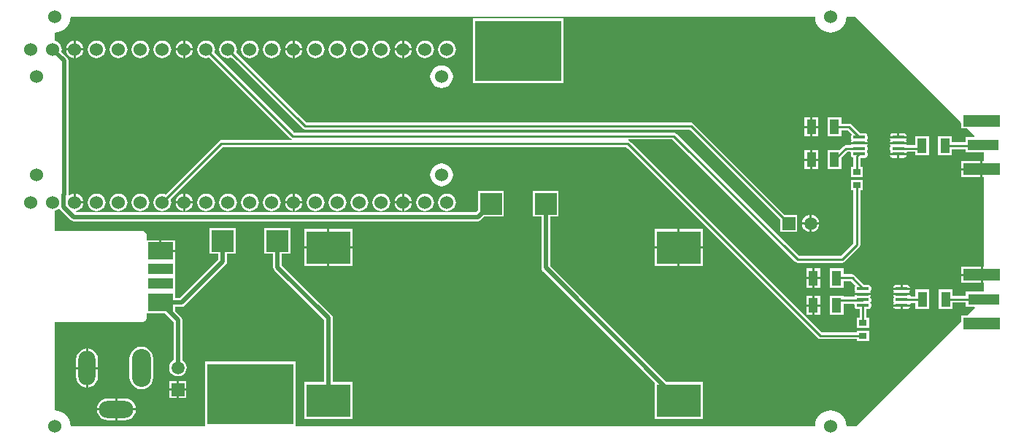
<source format=gtl>
%FSLAX25Y25*%
%MOIN*%
G70*
G01*
G75*
G04 Layer_Physical_Order=1*
G04 Layer_Color=255*
%ADD10R,0.16535X0.05315*%
%ADD11R,0.14173X0.05000*%
G04:AMPARAMS|DCode=12|XSize=14.96mil|YSize=55.12mil|CornerRadius=3.74mil|HoleSize=0mil|Usage=FLASHONLY|Rotation=270.000|XOffset=0mil|YOffset=0mil|HoleType=Round|Shape=RoundedRectangle|*
%AMROUNDEDRECTD12*
21,1,0.01496,0.04764,0,0,270.0*
21,1,0.00748,0.05512,0,0,270.0*
1,1,0.00748,-0.02382,-0.00374*
1,1,0.00748,-0.02382,0.00374*
1,1,0.00748,0.02382,0.00374*
1,1,0.00748,0.02382,-0.00374*
%
%ADD12ROUNDEDRECTD12*%
%ADD13R,0.04331X0.06693*%
%ADD14R,0.39370X0.27559*%
%ADD15R,0.03543X0.02756*%
%ADD16R,0.11811X0.04567*%
%ADD17R,0.11811X0.07874*%
%ADD18R,0.20000X0.15000*%
%ADD19C,0.01000*%
%ADD20C,0.01969*%
%ADD21C,0.05906*%
%ADD22R,0.05906X0.05906*%
%ADD23R,0.09843X0.09843*%
%ADD24R,0.05906X0.05906*%
%ADD25C,0.06000*%
%ADD26O,0.07874X0.15748*%
%ADD27O,0.15748X0.07874*%
%ADD28O,0.08661X0.17323*%
G36*
X428799Y153437D02*
Y150847D01*
X431390D01*
X434892Y147344D01*
X434701Y146882D01*
X430768D01*
Y144557D01*
X424618D01*
Y147374D01*
X418287D01*
Y138681D01*
X424618D01*
Y141498D01*
X430768D01*
Y139882D01*
X438976D01*
Y135917D01*
X438567D01*
Y132260D01*
Y128602D01*
X438976D01*
Y87614D01*
X438689D01*
Y83957D01*
Y80299D01*
X438976D01*
Y76335D01*
X430890D01*
Y74364D01*
X424819D01*
Y77181D01*
X418488D01*
Y68488D01*
X424819D01*
Y71305D01*
X430890D01*
Y69335D01*
X434823D01*
X435014Y68873D01*
X431512Y65370D01*
X428921D01*
Y62779D01*
X380980Y14839D01*
X376306D01*
X376169Y16231D01*
X375763Y17570D01*
X375103Y18803D01*
X374216Y19885D01*
X373134Y20773D01*
X371900Y21432D01*
X370562Y21838D01*
X369169Y21975D01*
X367777Y21838D01*
X366438Y21432D01*
X365204Y20773D01*
X364123Y19885D01*
X363235Y18803D01*
X362576Y17570D01*
X362170Y16231D01*
X362033Y14839D01*
X124685D01*
Y44280D01*
X83315D01*
Y14839D01*
X21975D01*
X21838Y16231D01*
X21432Y17570D01*
X20773Y18803D01*
X19885Y19885D01*
X18803Y20773D01*
X17570Y21432D01*
X16231Y21838D01*
X14839Y21975D01*
Y62509D01*
X55137D01*
X55722Y62626D01*
X56218Y62957D01*
X56550Y63453D01*
X56666Y64039D01*
Y66323D01*
X65068D01*
X68977Y62414D01*
Y44930D01*
X68181Y44319D01*
X67547Y43493D01*
X67149Y42532D01*
X67013Y41500D01*
X67149Y40468D01*
X67547Y39507D01*
X68181Y38681D01*
X69007Y38047D01*
X69968Y37649D01*
X71000Y37513D01*
X72032Y37649D01*
X72993Y38047D01*
X73819Y38681D01*
X74453Y39507D01*
X74851Y40468D01*
X74987Y41500D01*
X74851Y42532D01*
X74453Y43493D01*
X73819Y44319D01*
X73023Y44930D01*
Y63252D01*
X72869Y64026D01*
X72431Y64683D01*
X69898Y67215D01*
Y69237D01*
X72740D01*
X73514Y69391D01*
X74171Y69829D01*
X92931Y88589D01*
X93369Y89245D01*
X93523Y90020D01*
Y93579D01*
X97421D01*
Y105421D01*
X85579D01*
Y93579D01*
X89477D01*
Y90858D01*
X71902Y73283D01*
X69898D01*
Y76197D01*
X69898D01*
Y76638D01*
X69898D01*
Y83205D01*
X69898D01*
Y83331D01*
X69898D01*
Y89898D01*
X69898D01*
Y89945D01*
X69898D01*
Y94382D01*
X62992D01*
Y94882D01*
X62492D01*
Y99819D01*
X56666D01*
Y102424D01*
X56550Y103010D01*
X56218Y103506D01*
X55722Y103837D01*
X55137Y103954D01*
X14839D01*
Y113210D01*
X14981Y113229D01*
X15954Y113632D01*
X16623Y114145D01*
X16655Y114155D01*
X17142Y114097D01*
X17245Y114045D01*
X17522Y113631D01*
X22084Y109069D01*
X22740Y108631D01*
X23514Y108477D01*
X208000D01*
X208774Y108631D01*
X209431Y109069D01*
X210940Y110579D01*
X219921D01*
Y122421D01*
X208079D01*
Y113440D01*
X207162Y112523D01*
X24740D01*
X24629Y112678D01*
X24860Y113213D01*
X24981Y113229D01*
X25954Y113632D01*
X26790Y114273D01*
X27431Y115109D01*
X27834Y116082D01*
X27906Y116626D01*
X23937D01*
Y117126D01*
X23437D01*
Y121095D01*
X22893Y121023D01*
X21920Y120620D01*
X21476Y120279D01*
X21214Y120358D01*
X20999Y120544D01*
X21023Y120666D01*
Y182063D01*
X20869Y182837D01*
X20431Y183494D01*
X17835Y186089D01*
X17971Y187126D01*
X17834Y188170D01*
X17431Y189143D01*
X16790Y189979D01*
X15954Y190620D01*
X14981Y191023D01*
X14839Y191042D01*
Y194710D01*
X16231Y194847D01*
X17570Y195253D01*
X18803Y195913D01*
X19885Y196800D01*
X20773Y197881D01*
X21432Y199115D01*
X21838Y200454D01*
X21975Y201847D01*
X362033D01*
X362170Y200454D01*
X362576Y199115D01*
X363235Y197881D01*
X364123Y196800D01*
X365204Y195913D01*
X366438Y195253D01*
X367777Y194847D01*
X369169Y194710D01*
X370562Y194847D01*
X371900Y195253D01*
X373134Y195913D01*
X374216Y196800D01*
X375103Y197881D01*
X375763Y199115D01*
X376169Y200454D01*
X376306Y201847D01*
X380390D01*
X428799Y153437D01*
D02*
G37*
%LPC*%
G36*
X299264Y104957D02*
X288764D01*
Y96957D01*
X299264D01*
Y104957D01*
D02*
G37*
G36*
X150764D02*
X140264D01*
Y96957D01*
X150764D01*
Y104957D01*
D02*
G37*
G36*
X139264D02*
X128764D01*
Y96957D01*
X139264D01*
Y104957D01*
D02*
G37*
G36*
X310764D02*
X300264D01*
Y96957D01*
X310764D01*
Y104957D01*
D02*
G37*
G36*
X363921Y107000D02*
X360500D01*
Y103579D01*
X361032Y103649D01*
X361993Y104047D01*
X362819Y104681D01*
X363453Y105507D01*
X363851Y106468D01*
X363921Y107000D01*
D02*
G37*
G36*
X359500D02*
X356079D01*
X356149Y106468D01*
X356547Y105507D01*
X357181Y104681D01*
X358007Y104047D01*
X358968Y103649D01*
X359500Y103579D01*
Y107000D01*
D02*
G37*
G36*
X93937Y191161D02*
X92893Y191023D01*
X91920Y190620D01*
X91084Y189979D01*
X90443Y189143D01*
X90040Y188170D01*
X89903Y187126D01*
X90040Y186082D01*
X90443Y185109D01*
X91084Y184273D01*
X91920Y183632D01*
X92893Y183229D01*
X93937Y183091D01*
X94981Y183229D01*
X95469Y183431D01*
X127981Y150919D01*
X128478Y150587D01*
X129063Y150471D01*
X304867D01*
X346047Y109290D01*
Y103547D01*
X353953D01*
Y111453D01*
X348210D01*
X306581Y153081D01*
X306085Y153413D01*
X305500Y153529D01*
X129697D01*
X97632Y185594D01*
X97834Y186082D01*
X97971Y187126D01*
X97834Y188170D01*
X97431Y189143D01*
X96790Y189979D01*
X95954Y190620D01*
X94981Y191023D01*
X93937Y191161D01*
D02*
G37*
G36*
X69898Y99819D02*
X63492D01*
Y95382D01*
X69898D01*
Y99819D01*
D02*
G37*
G36*
X139264Y95957D02*
X128764D01*
Y87957D01*
X139264D01*
Y95957D01*
D02*
G37*
G36*
X437689Y87614D02*
X428921D01*
Y84457D01*
X437689D01*
Y87614D01*
D02*
G37*
G36*
X364350Y86847D02*
X361685D01*
Y83000D01*
X364350D01*
Y86847D01*
D02*
G37*
G36*
X150764Y95957D02*
X140264D01*
Y87957D01*
X150764D01*
Y95957D01*
D02*
G37*
G36*
X83937Y191161D02*
X82893Y191023D01*
X81920Y190620D01*
X81084Y189979D01*
X80443Y189143D01*
X80040Y188170D01*
X79902Y187126D01*
X80040Y186082D01*
X80443Y185109D01*
X81084Y184273D01*
X81920Y183632D01*
X82893Y183229D01*
X83937Y183091D01*
X84981Y183229D01*
X85469Y183431D01*
X122482Y146419D01*
X122978Y146087D01*
X123267Y146029D01*
X123218Y145529D01*
X90811D01*
X90226Y145413D01*
X89730Y145081D01*
X65469Y120821D01*
X64981Y121023D01*
X63937Y121160D01*
X62893Y121023D01*
X61920Y120620D01*
X61084Y119979D01*
X60443Y119143D01*
X60040Y118170D01*
X59903Y117126D01*
X60040Y116082D01*
X60443Y115109D01*
X61084Y114273D01*
X61920Y113632D01*
X62893Y113229D01*
X63937Y113092D01*
X64981Y113229D01*
X65954Y113632D01*
X66790Y114273D01*
X67431Y115109D01*
X67834Y116082D01*
X67971Y117126D01*
X67834Y118170D01*
X67632Y118658D01*
X91444Y142471D01*
X275867D01*
X363316Y55021D01*
X363812Y54689D01*
X364398Y54573D01*
X381087D01*
Y53724D01*
X386630D01*
Y58480D01*
X381087D01*
Y57632D01*
X365031D01*
X277581Y145081D01*
X277085Y145413D01*
X276796Y145471D01*
X276845Y145971D01*
X296866D01*
X352919Y89919D01*
X353415Y89587D01*
X354000Y89471D01*
X374500D01*
X375085Y89587D01*
X375581Y89919D01*
X382219Y96556D01*
X382551Y97053D01*
X382667Y97638D01*
Y122697D01*
X383909D01*
Y127453D01*
X378366D01*
Y122697D01*
X379608D01*
Y98271D01*
X373867Y92529D01*
X354633D01*
X298581Y148581D01*
X298085Y148913D01*
X297500Y149029D01*
X124197D01*
X87632Y185594D01*
X87834Y186082D01*
X87972Y187126D01*
X87834Y188170D01*
X87431Y189143D01*
X86790Y189979D01*
X85954Y190620D01*
X84981Y191023D01*
X83937Y191161D01*
D02*
G37*
G36*
X310764Y95957D02*
X300264D01*
Y87957D01*
X310764D01*
Y95957D01*
D02*
G37*
G36*
X299264D02*
X288764D01*
Y87957D01*
X299264D01*
Y95957D01*
D02*
G37*
G36*
X143937Y121160D02*
X142893Y121023D01*
X141920Y120620D01*
X141084Y119979D01*
X140443Y119143D01*
X140040Y118170D01*
X139902Y117126D01*
X140040Y116082D01*
X140443Y115109D01*
X141084Y114273D01*
X141920Y113632D01*
X142893Y113229D01*
X143937Y113092D01*
X144981Y113229D01*
X145954Y113632D01*
X146790Y114273D01*
X147431Y115109D01*
X147834Y116082D01*
X147971Y117126D01*
X147834Y118170D01*
X147431Y119143D01*
X146790Y119979D01*
X145954Y120620D01*
X144981Y121023D01*
X143937Y121160D01*
D02*
G37*
G36*
X133937D02*
X132893Y121023D01*
X131920Y120620D01*
X131084Y119979D01*
X130443Y119143D01*
X130040Y118170D01*
X129903Y117126D01*
X130040Y116082D01*
X130443Y115109D01*
X131084Y114273D01*
X131920Y113632D01*
X132893Y113229D01*
X133937Y113092D01*
X134981Y113229D01*
X135954Y113632D01*
X136790Y114273D01*
X137431Y115109D01*
X137834Y116082D01*
X137971Y117126D01*
X137834Y118170D01*
X137431Y119143D01*
X136790Y119979D01*
X135954Y120620D01*
X134981Y121023D01*
X133937Y121160D01*
D02*
G37*
G36*
X113937D02*
X112893Y121023D01*
X111920Y120620D01*
X111084Y119979D01*
X110443Y119143D01*
X110040Y118170D01*
X109903Y117126D01*
X110040Y116082D01*
X110443Y115109D01*
X111084Y114273D01*
X111920Y113632D01*
X112893Y113229D01*
X113937Y113092D01*
X114981Y113229D01*
X115954Y113632D01*
X116790Y114273D01*
X117431Y115109D01*
X117834Y116082D01*
X117972Y117126D01*
X117834Y118170D01*
X117431Y119143D01*
X116790Y119979D01*
X115954Y120620D01*
X114981Y121023D01*
X113937Y121160D01*
D02*
G37*
G36*
X153937D02*
X152893Y121023D01*
X151920Y120620D01*
X151084Y119979D01*
X150443Y119143D01*
X150040Y118170D01*
X149902Y117126D01*
X150040Y116082D01*
X150443Y115109D01*
X151084Y114273D01*
X151920Y113632D01*
X152893Y113229D01*
X153937Y113092D01*
X154981Y113229D01*
X155954Y113632D01*
X156790Y114273D01*
X157431Y115109D01*
X157834Y116082D01*
X157972Y117126D01*
X157834Y118170D01*
X157431Y119143D01*
X156790Y119979D01*
X155954Y120620D01*
X154981Y121023D01*
X153937Y121160D01*
D02*
G37*
G36*
X193937D02*
X192893Y121023D01*
X191920Y120620D01*
X191084Y119979D01*
X190443Y119143D01*
X190040Y118170D01*
X189902Y117126D01*
X190040Y116082D01*
X190443Y115109D01*
X191084Y114273D01*
X191920Y113632D01*
X192893Y113229D01*
X193937Y113092D01*
X194981Y113229D01*
X195954Y113632D01*
X196790Y114273D01*
X197431Y115109D01*
X197834Y116082D01*
X197971Y117126D01*
X197834Y118170D01*
X197431Y119143D01*
X196790Y119979D01*
X195954Y120620D01*
X194981Y121023D01*
X193937Y121160D01*
D02*
G37*
G36*
X183937D02*
X182893Y121023D01*
X181920Y120620D01*
X181084Y119979D01*
X180443Y119143D01*
X180040Y118170D01*
X179903Y117126D01*
X180040Y116082D01*
X180443Y115109D01*
X181084Y114273D01*
X181920Y113632D01*
X182893Y113229D01*
X183937Y113092D01*
X184981Y113229D01*
X185954Y113632D01*
X186790Y114273D01*
X187431Y115109D01*
X187834Y116082D01*
X187971Y117126D01*
X187834Y118170D01*
X187431Y119143D01*
X186790Y119979D01*
X185954Y120620D01*
X184981Y121023D01*
X183937Y121160D01*
D02*
G37*
G36*
X163937D02*
X162893Y121023D01*
X161920Y120620D01*
X161084Y119979D01*
X160443Y119143D01*
X160040Y118170D01*
X159903Y117126D01*
X160040Y116082D01*
X160443Y115109D01*
X161084Y114273D01*
X161920Y113632D01*
X162893Y113229D01*
X163937Y113092D01*
X164981Y113229D01*
X165954Y113632D01*
X166790Y114273D01*
X167431Y115109D01*
X167834Y116082D01*
X167972Y117126D01*
X167834Y118170D01*
X167431Y119143D01*
X166790Y119979D01*
X165954Y120620D01*
X164981Y121023D01*
X163937Y121160D01*
D02*
G37*
G36*
X103937D02*
X102893Y121023D01*
X101920Y120620D01*
X101084Y119979D01*
X100443Y119143D01*
X100040Y118170D01*
X99902Y117126D01*
X100040Y116082D01*
X100443Y115109D01*
X101084Y114273D01*
X101920Y113632D01*
X102893Y113229D01*
X103937Y113092D01*
X104981Y113229D01*
X105954Y113632D01*
X106790Y114273D01*
X107431Y115109D01*
X107834Y116082D01*
X107972Y117126D01*
X107834Y118170D01*
X107431Y119143D01*
X106790Y119979D01*
X105954Y120620D01*
X104981Y121023D01*
X103937Y121160D01*
D02*
G37*
G36*
X33937D02*
X32893Y121023D01*
X31920Y120620D01*
X31084Y119979D01*
X30443Y119143D01*
X30040Y118170D01*
X29902Y117126D01*
X30040Y116082D01*
X30443Y115109D01*
X31084Y114273D01*
X31920Y113632D01*
X32893Y113229D01*
X33937Y113092D01*
X34981Y113229D01*
X35954Y113632D01*
X36790Y114273D01*
X37431Y115109D01*
X37834Y116082D01*
X37971Y117126D01*
X37834Y118170D01*
X37431Y119143D01*
X36790Y119979D01*
X35954Y120620D01*
X34981Y121023D01*
X33937Y121160D01*
D02*
G37*
G36*
X360500Y111421D02*
Y108000D01*
X363921D01*
X363851Y108532D01*
X363453Y109493D01*
X362819Y110319D01*
X361993Y110953D01*
X361032Y111351D01*
X360500Y111421D01*
D02*
G37*
G36*
X359500D02*
X358968Y111351D01*
X358007Y110953D01*
X357181Y110319D01*
X356547Y109493D01*
X356149Y108532D01*
X356079Y108000D01*
X359500D01*
Y111421D01*
D02*
G37*
G36*
X43937Y121160D02*
X42893Y121023D01*
X41920Y120620D01*
X41084Y119979D01*
X40443Y119143D01*
X40040Y118170D01*
X39902Y117126D01*
X40040Y116082D01*
X40443Y115109D01*
X41084Y114273D01*
X41920Y113632D01*
X42893Y113229D01*
X43937Y113092D01*
X44981Y113229D01*
X45954Y113632D01*
X46790Y114273D01*
X47431Y115109D01*
X47834Y116082D01*
X47971Y117126D01*
X47834Y118170D01*
X47431Y119143D01*
X46790Y119979D01*
X45954Y120620D01*
X44981Y121023D01*
X43937Y121160D01*
D02*
G37*
G36*
X93937D02*
X92893Y121023D01*
X91920Y120620D01*
X91084Y119979D01*
X90443Y119143D01*
X90040Y118170D01*
X89903Y117126D01*
X90040Y116082D01*
X90443Y115109D01*
X91084Y114273D01*
X91920Y113632D01*
X92893Y113229D01*
X93937Y113092D01*
X94981Y113229D01*
X95954Y113632D01*
X96790Y114273D01*
X97431Y115109D01*
X97834Y116082D01*
X97971Y117126D01*
X97834Y118170D01*
X97431Y119143D01*
X96790Y119979D01*
X95954Y120620D01*
X94981Y121023D01*
X93937Y121160D01*
D02*
G37*
G36*
X83937D02*
X82893Y121023D01*
X81920Y120620D01*
X81084Y119979D01*
X80443Y119143D01*
X80040Y118170D01*
X79902Y117126D01*
X80040Y116082D01*
X80443Y115109D01*
X81084Y114273D01*
X81920Y113632D01*
X82893Y113229D01*
X83937Y113092D01*
X84981Y113229D01*
X85954Y113632D01*
X86790Y114273D01*
X87431Y115109D01*
X87834Y116082D01*
X87972Y117126D01*
X87834Y118170D01*
X87431Y119143D01*
X86790Y119979D01*
X85954Y120620D01*
X84981Y121023D01*
X83937Y121160D01*
D02*
G37*
G36*
X53937D02*
X52893Y121023D01*
X51920Y120620D01*
X51084Y119979D01*
X50443Y119143D01*
X50040Y118170D01*
X49902Y117126D01*
X50040Y116082D01*
X50443Y115109D01*
X51084Y114273D01*
X51920Y113632D01*
X52893Y113229D01*
X53937Y113092D01*
X54981Y113229D01*
X55954Y113632D01*
X56790Y114273D01*
X57431Y115109D01*
X57834Y116082D01*
X57972Y117126D01*
X57834Y118170D01*
X57431Y119143D01*
X56790Y119979D01*
X55954Y120620D01*
X54981Y121023D01*
X53937Y121160D01*
D02*
G37*
G36*
X360685Y86847D02*
X358020D01*
Y83000D01*
X360685D01*
Y86847D01*
D02*
G37*
G36*
X74953Y35453D02*
X71500D01*
Y32000D01*
X74953D01*
Y35453D01*
D02*
G37*
G36*
X70500D02*
X67047D01*
Y32000D01*
X70500D01*
Y35453D01*
D02*
G37*
G36*
X54331Y51046D02*
X52939Y50863D01*
X51642Y50326D01*
X50529Y49471D01*
X49674Y48358D01*
X49137Y47061D01*
X48954Y45669D01*
Y37008D01*
X49137Y35616D01*
X49674Y34319D01*
X50529Y33206D01*
X51642Y32351D01*
X52939Y31814D01*
X54331Y31631D01*
X55722Y31814D01*
X57019Y32351D01*
X58133Y33206D01*
X58987Y34319D01*
X59524Y35616D01*
X59707Y37008D01*
Y45669D01*
X59524Y47061D01*
X58987Y48358D01*
X58133Y49471D01*
X57019Y50326D01*
X55722Y50863D01*
X54331Y51046D01*
D02*
G37*
G36*
X29028Y40839D02*
X24548D01*
Y37402D01*
X24718Y36113D01*
X25215Y34912D01*
X26006Y33880D01*
X27038Y33089D01*
X28239Y32592D01*
X29028Y32488D01*
Y40839D01*
D02*
G37*
G36*
X30028Y50189D02*
Y41839D01*
X34507D01*
Y45276D01*
X34337Y46564D01*
X33840Y47765D01*
X33049Y48797D01*
X32017Y49588D01*
X30816Y50086D01*
X30028Y50189D01*
D02*
G37*
G36*
X29028D02*
X28239Y50086D01*
X27038Y49588D01*
X26006Y48797D01*
X25215Y47765D01*
X24718Y46564D01*
X24548Y45276D01*
Y41839D01*
X29028D01*
Y50189D01*
D02*
G37*
G36*
X34507Y40839D02*
X30028D01*
Y32488D01*
X30816Y32592D01*
X32017Y33089D01*
X33049Y33880D01*
X33840Y34912D01*
X34337Y36113D01*
X34507Y37402D01*
Y40839D01*
D02*
G37*
G36*
X74953Y31000D02*
X71500D01*
Y27547D01*
X74953D01*
Y31000D01*
D02*
G37*
G36*
X122421Y105421D02*
X110579D01*
Y93579D01*
X114477D01*
Y87500D01*
X114631Y86726D01*
X115069Y86069D01*
X137741Y63398D01*
Y34957D01*
X128764D01*
Y17957D01*
X150764D01*
Y34957D01*
X141787D01*
Y64236D01*
X141633Y65010D01*
X141194Y65667D01*
X118523Y88338D01*
Y93579D01*
X122421D01*
Y105421D01*
D02*
G37*
G36*
X51764Y21941D02*
X43413D01*
Y17461D01*
X46850D01*
X48139Y17631D01*
X49340Y18128D01*
X50371Y18920D01*
X51163Y19951D01*
X51660Y21152D01*
X51764Y21941D01*
D02*
G37*
G36*
X42413D02*
X34063D01*
X34166Y21152D01*
X34664Y19951D01*
X35455Y18920D01*
X36487Y18128D01*
X37688Y17631D01*
X38976Y17461D01*
X42413D01*
Y21941D01*
D02*
G37*
G36*
X244921Y122421D02*
X233079D01*
Y110579D01*
X236977D01*
Y87221D01*
X237131Y86446D01*
X237569Y85790D01*
X288764Y34596D01*
Y17957D01*
X310764D01*
Y34957D01*
X294125D01*
X241023Y88059D01*
Y110579D01*
X244921D01*
Y122421D01*
D02*
G37*
G36*
X70500Y31000D02*
X67047D01*
Y27547D01*
X70500D01*
Y31000D01*
D02*
G37*
G36*
X46850Y27421D02*
X43413D01*
Y22941D01*
X51764D01*
X51660Y23730D01*
X51163Y24931D01*
X50371Y25962D01*
X49340Y26753D01*
X48139Y27251D01*
X46850Y27421D01*
D02*
G37*
G36*
X42413D02*
X38976D01*
X37688Y27251D01*
X36487Y26753D01*
X35455Y25962D01*
X34664Y24931D01*
X34166Y23730D01*
X34063Y22941D01*
X42413D01*
Y27421D01*
D02*
G37*
G36*
X360685Y82000D02*
X358020D01*
Y78154D01*
X360685D01*
Y82000D01*
D02*
G37*
G36*
X405333Y77157D02*
X397817D01*
X397899Y76747D01*
X398145Y76378D01*
X397899Y76009D01*
X397817Y75598D01*
X405333D01*
X405251Y76009D01*
X405004Y76378D01*
X405251Y76747D01*
X405333Y77157D01*
D02*
G37*
G36*
X374980Y86847D02*
X368650D01*
Y78154D01*
X374980D01*
Y81148D01*
X378378D01*
X380487Y79039D01*
X380486Y79022D01*
X380182Y78568D01*
X380076Y78031D01*
Y77284D01*
X380182Y76747D01*
X380429Y76378D01*
X380182Y76009D01*
X380100Y75598D01*
X387616D01*
X387534Y76009D01*
X387288Y76378D01*
X387534Y76747D01*
X387641Y77284D01*
Y78031D01*
X387534Y78568D01*
X387231Y79022D01*
X386776Y79326D01*
X386240Y79432D01*
X384419D01*
X380093Y83759D01*
X379597Y84090D01*
X379012Y84207D01*
X374980D01*
Y86847D01*
D02*
G37*
G36*
X364350Y82000D02*
X361685D01*
Y78154D01*
X364350D01*
Y82000D01*
D02*
G37*
G36*
X437689Y83457D02*
X428921D01*
Y80299D01*
X437689D01*
Y83457D01*
D02*
G37*
G36*
X403957Y79432D02*
X402075D01*
Y78158D01*
X405333D01*
X405251Y78568D01*
X404947Y79022D01*
X404493Y79326D01*
X403957Y79432D01*
D02*
G37*
G36*
X401075D02*
X399193D01*
X398657Y79326D01*
X398202Y79022D01*
X397899Y78568D01*
X397817Y78158D01*
X401075D01*
Y79432D01*
D02*
G37*
G36*
X414189Y77181D02*
X407858D01*
Y74069D01*
X405727D01*
X405327Y74569D01*
X405333Y74598D01*
X397817D01*
X397899Y74188D01*
X398145Y73819D01*
X397899Y73449D01*
X397792Y72913D01*
Y72165D01*
X397899Y71629D01*
X398145Y71260D01*
X397899Y70890D01*
X397817Y70480D01*
X405333D01*
X405327Y70510D01*
X405727Y71010D01*
X407858D01*
Y68488D01*
X414189D01*
Y77181D01*
D02*
G37*
G36*
X401075Y69480D02*
X397817D01*
X397899Y69070D01*
X398202Y68616D01*
X398657Y68312D01*
X399193Y68205D01*
X401075D01*
Y69480D01*
D02*
G37*
G36*
X364350Y69500D02*
X361685D01*
Y65654D01*
X364350D01*
Y69500D01*
D02*
G37*
G36*
X360685D02*
X358020D01*
Y65654D01*
X360685D01*
Y69500D01*
D02*
G37*
G36*
X405333Y69480D02*
X402075D01*
Y68205D01*
X403957D01*
X404493Y68312D01*
X404947Y68616D01*
X405251Y69070D01*
X405333Y69480D01*
D02*
G37*
G36*
X387616Y74598D02*
X380100D01*
X380147Y74364D01*
X379843Y73864D01*
X374980D01*
Y74347D01*
X368650D01*
Y65654D01*
X374980D01*
Y70805D01*
X379771D01*
X380088Y70419D01*
X380076Y70354D01*
Y69606D01*
X380182Y69070D01*
X380486Y68616D01*
X380940Y68312D01*
X381476Y68205D01*
X382329D01*
Y64386D01*
X381087D01*
Y59630D01*
X386630D01*
Y64386D01*
X385388D01*
Y68205D01*
X386240D01*
X386776Y68312D01*
X387231Y68616D01*
X387534Y69070D01*
X387641Y69606D01*
Y70354D01*
X387534Y70890D01*
X387288Y71260D01*
X387534Y71629D01*
X387641Y72165D01*
Y72913D01*
X387534Y73449D01*
X387288Y73819D01*
X387534Y74188D01*
X387616Y74598D01*
D02*
G37*
G36*
X364350Y74347D02*
X361685D01*
Y70500D01*
X364350D01*
Y74347D01*
D02*
G37*
G36*
X360685D02*
X358020D01*
Y70500D01*
X360685D01*
Y74347D01*
D02*
G37*
G36*
X73437Y116626D02*
X69968D01*
X70040Y116082D01*
X70443Y115109D01*
X71084Y114273D01*
X71920Y113632D01*
X72893Y113229D01*
X73437Y113157D01*
Y116626D01*
D02*
G37*
G36*
X153937Y191161D02*
X152893Y191023D01*
X151920Y190620D01*
X151084Y189979D01*
X150443Y189143D01*
X150040Y188170D01*
X149902Y187126D01*
X150040Y186082D01*
X150443Y185109D01*
X151084Y184273D01*
X151920Y183632D01*
X152893Y183229D01*
X153937Y183091D01*
X154981Y183229D01*
X155954Y183632D01*
X156790Y184273D01*
X157431Y185109D01*
X157834Y186082D01*
X157972Y187126D01*
X157834Y188170D01*
X157431Y189143D01*
X156790Y189979D01*
X155954Y190620D01*
X154981Y191023D01*
X153937Y191161D01*
D02*
G37*
G36*
X143937D02*
X142893Y191023D01*
X141920Y190620D01*
X141084Y189979D01*
X140443Y189143D01*
X140040Y188170D01*
X139902Y187126D01*
X140040Y186082D01*
X140443Y185109D01*
X141084Y184273D01*
X141920Y183632D01*
X142893Y183229D01*
X143937Y183091D01*
X144981Y183229D01*
X145954Y183632D01*
X146790Y184273D01*
X147431Y185109D01*
X147834Y186082D01*
X147971Y187126D01*
X147834Y188170D01*
X147431Y189143D01*
X146790Y189979D01*
X145954Y190620D01*
X144981Y191023D01*
X143937Y191161D01*
D02*
G37*
G36*
X133937D02*
X132893Y191023D01*
X131920Y190620D01*
X131084Y189979D01*
X130443Y189143D01*
X130040Y188170D01*
X129903Y187126D01*
X130040Y186082D01*
X130443Y185109D01*
X131084Y184273D01*
X131920Y183632D01*
X132893Y183229D01*
X133937Y183091D01*
X134981Y183229D01*
X135954Y183632D01*
X136790Y184273D01*
X137431Y185109D01*
X137834Y186082D01*
X137971Y187126D01*
X137834Y188170D01*
X137431Y189143D01*
X136790Y189979D01*
X135954Y190620D01*
X134981Y191023D01*
X133937Y191161D01*
D02*
G37*
G36*
X163937D02*
X162893Y191023D01*
X161920Y190620D01*
X161084Y189979D01*
X160443Y189143D01*
X160040Y188170D01*
X159903Y187126D01*
X160040Y186082D01*
X160443Y185109D01*
X161084Y184273D01*
X161920Y183632D01*
X162893Y183229D01*
X163937Y183091D01*
X164981Y183229D01*
X165954Y183632D01*
X166790Y184273D01*
X167431Y185109D01*
X167834Y186082D01*
X167972Y187126D01*
X167834Y188170D01*
X167431Y189143D01*
X166790Y189979D01*
X165954Y190620D01*
X164981Y191023D01*
X163937Y191161D01*
D02*
G37*
G36*
X23437Y186626D02*
X19968D01*
X20040Y186082D01*
X20443Y185109D01*
X21084Y184273D01*
X21920Y183632D01*
X22893Y183229D01*
X23437Y183157D01*
Y186626D01*
D02*
G37*
G36*
X193937Y191161D02*
X192893Y191023D01*
X191920Y190620D01*
X191084Y189979D01*
X190443Y189143D01*
X190040Y188170D01*
X189902Y187126D01*
X190040Y186082D01*
X190443Y185109D01*
X191084Y184273D01*
X191920Y183632D01*
X192893Y183229D01*
X193937Y183091D01*
X194981Y183229D01*
X195954Y183632D01*
X196790Y184273D01*
X197431Y185109D01*
X197834Y186082D01*
X197971Y187126D01*
X197834Y188170D01*
X197431Y189143D01*
X196790Y189979D01*
X195954Y190620D01*
X194981Y191023D01*
X193937Y191161D01*
D02*
G37*
G36*
X183937D02*
X182893Y191023D01*
X181920Y190620D01*
X181084Y189979D01*
X180443Y189143D01*
X180040Y188170D01*
X179903Y187126D01*
X180040Y186082D01*
X180443Y185109D01*
X181084Y184273D01*
X181920Y183632D01*
X182893Y183229D01*
X183937Y183091D01*
X184981Y183229D01*
X185954Y183632D01*
X186790Y184273D01*
X187431Y185109D01*
X187834Y186082D01*
X187971Y187126D01*
X187834Y188170D01*
X187431Y189143D01*
X186790Y189979D01*
X185954Y190620D01*
X184981Y191023D01*
X183937Y191161D01*
D02*
G37*
G36*
X113937D02*
X112893Y191023D01*
X111920Y190620D01*
X111084Y189979D01*
X110443Y189143D01*
X110040Y188170D01*
X109903Y187126D01*
X110040Y186082D01*
X110443Y185109D01*
X111084Y184273D01*
X111920Y183632D01*
X112893Y183229D01*
X113937Y183091D01*
X114981Y183229D01*
X115954Y183632D01*
X116790Y184273D01*
X117431Y185109D01*
X117834Y186082D01*
X117972Y187126D01*
X117834Y188170D01*
X117431Y189143D01*
X116790Y189979D01*
X115954Y190620D01*
X114981Y191023D01*
X113937Y191161D01*
D02*
G37*
G36*
X33937D02*
X32893Y191023D01*
X31920Y190620D01*
X31084Y189979D01*
X30443Y189143D01*
X30040Y188170D01*
X29902Y187126D01*
X30040Y186082D01*
X30443Y185109D01*
X31084Y184273D01*
X31920Y183632D01*
X32893Y183229D01*
X33937Y183091D01*
X34981Y183229D01*
X35954Y183632D01*
X36790Y184273D01*
X37431Y185109D01*
X37834Y186082D01*
X37971Y187126D01*
X37834Y188170D01*
X37431Y189143D01*
X36790Y189979D01*
X35954Y190620D01*
X34981Y191023D01*
X33937Y191161D01*
D02*
G37*
G36*
X247185Y201279D02*
X205815D01*
Y171721D01*
X247185D01*
Y201279D01*
D02*
G37*
G36*
X191457Y179745D02*
X190117Y179569D01*
X188868Y179051D01*
X187795Y178228D01*
X186972Y177156D01*
X186455Y175907D01*
X186278Y174567D01*
X186455Y173227D01*
X186972Y171978D01*
X187795Y170905D01*
X188868Y170082D01*
X190117Y169565D01*
X191457Y169389D01*
X192797Y169565D01*
X194046Y170082D01*
X195118Y170905D01*
X195941Y171978D01*
X196458Y173227D01*
X196635Y174567D01*
X196458Y175907D01*
X195941Y177156D01*
X195118Y178228D01*
X194046Y179051D01*
X192797Y179569D01*
X191457Y179745D01*
D02*
G37*
G36*
X43937Y191161D02*
X42893Y191023D01*
X41920Y190620D01*
X41084Y189979D01*
X40443Y189143D01*
X40040Y188170D01*
X39902Y187126D01*
X40040Y186082D01*
X40443Y185109D01*
X41084Y184273D01*
X41920Y183632D01*
X42893Y183229D01*
X43937Y183091D01*
X44981Y183229D01*
X45954Y183632D01*
X46790Y184273D01*
X47431Y185109D01*
X47834Y186082D01*
X47971Y187126D01*
X47834Y188170D01*
X47431Y189143D01*
X46790Y189979D01*
X45954Y190620D01*
X44981Y191023D01*
X43937Y191161D01*
D02*
G37*
G36*
X103937D02*
X102893Y191023D01*
X101920Y190620D01*
X101084Y189979D01*
X100443Y189143D01*
X100040Y188170D01*
X99902Y187126D01*
X100040Y186082D01*
X100443Y185109D01*
X101084Y184273D01*
X101920Y183632D01*
X102893Y183229D01*
X103937Y183091D01*
X104981Y183229D01*
X105954Y183632D01*
X106790Y184273D01*
X107431Y185109D01*
X107834Y186082D01*
X107972Y187126D01*
X107834Y188170D01*
X107431Y189143D01*
X106790Y189979D01*
X105954Y190620D01*
X104981Y191023D01*
X103937Y191161D01*
D02*
G37*
G36*
X63937D02*
X62893Y191023D01*
X61920Y190620D01*
X61084Y189979D01*
X60443Y189143D01*
X60040Y188170D01*
X59903Y187126D01*
X60040Y186082D01*
X60443Y185109D01*
X61084Y184273D01*
X61920Y183632D01*
X62893Y183229D01*
X63937Y183091D01*
X64981Y183229D01*
X65954Y183632D01*
X66790Y184273D01*
X67431Y185109D01*
X67834Y186082D01*
X67971Y187126D01*
X67834Y188170D01*
X67431Y189143D01*
X66790Y189979D01*
X65954Y190620D01*
X64981Y191023D01*
X63937Y191161D01*
D02*
G37*
G36*
X53937D02*
X52893Y191023D01*
X51920Y190620D01*
X51084Y189979D01*
X50443Y189143D01*
X50040Y188170D01*
X49902Y187126D01*
X50040Y186082D01*
X50443Y185109D01*
X51084Y184273D01*
X51920Y183632D01*
X52893Y183229D01*
X53937Y183091D01*
X54981Y183229D01*
X55954Y183632D01*
X56790Y184273D01*
X57431Y185109D01*
X57834Y186082D01*
X57972Y187126D01*
X57834Y188170D01*
X57431Y189143D01*
X56790Y189979D01*
X55954Y190620D01*
X54981Y191023D01*
X53937Y191161D01*
D02*
G37*
G36*
X74437Y191095D02*
Y187626D01*
X77906D01*
X77834Y188170D01*
X77431Y189143D01*
X76790Y189979D01*
X75954Y190620D01*
X74981Y191023D01*
X74437Y191095D01*
D02*
G37*
G36*
X73437D02*
X72893Y191023D01*
X71920Y190620D01*
X71084Y189979D01*
X70443Y189143D01*
X70040Y188170D01*
X69968Y187626D01*
X73437D01*
Y191095D01*
D02*
G37*
G36*
X24437D02*
Y187626D01*
X27906D01*
X27834Y188170D01*
X27431Y189143D01*
X26790Y189979D01*
X25954Y190620D01*
X24981Y191023D01*
X24437Y191095D01*
D02*
G37*
G36*
X123437D02*
X122893Y191023D01*
X121920Y190620D01*
X121084Y189979D01*
X120443Y189143D01*
X120040Y188170D01*
X119968Y187626D01*
X123437D01*
Y191095D01*
D02*
G37*
G36*
X174437D02*
Y187626D01*
X177906D01*
X177834Y188170D01*
X177431Y189143D01*
X176790Y189979D01*
X175954Y190620D01*
X174981Y191023D01*
X174437Y191095D01*
D02*
G37*
G36*
X173437D02*
X172893Y191023D01*
X171920Y190620D01*
X171084Y189979D01*
X170443Y189143D01*
X170040Y188170D01*
X169968Y187626D01*
X173437D01*
Y191095D01*
D02*
G37*
G36*
X124437D02*
Y187626D01*
X127906D01*
X127834Y188170D01*
X127431Y189143D01*
X126790Y189979D01*
X125954Y190620D01*
X124981Y191023D01*
X124437Y191095D01*
D02*
G37*
G36*
X23437D02*
X22893Y191023D01*
X21920Y190620D01*
X21084Y189979D01*
X20443Y189143D01*
X20040Y188170D01*
X19968Y187626D01*
X23437D01*
Y191095D01*
D02*
G37*
G36*
X77906Y186626D02*
X74437D01*
Y183157D01*
X74981Y183229D01*
X75954Y183632D01*
X76790Y184273D01*
X77431Y185109D01*
X77834Y186082D01*
X77906Y186626D01*
D02*
G37*
G36*
X73437D02*
X69968D01*
X70040Y186082D01*
X70443Y185109D01*
X71084Y184273D01*
X71920Y183632D01*
X72893Y183229D01*
X73437Y183157D01*
Y186626D01*
D02*
G37*
G36*
X27906D02*
X24437D01*
Y183157D01*
X24981Y183229D01*
X25954Y183632D01*
X26790Y184273D01*
X27431Y185109D01*
X27834Y186082D01*
X27906Y186626D01*
D02*
G37*
G36*
X123437D02*
X119968D01*
X120040Y186082D01*
X120443Y185109D01*
X121084Y184273D01*
X121920Y183632D01*
X122893Y183229D01*
X123437Y183157D01*
Y186626D01*
D02*
G37*
G36*
X177906D02*
X174437D01*
Y183157D01*
X174981Y183229D01*
X175954Y183632D01*
X176790Y184273D01*
X177431Y185109D01*
X177834Y186082D01*
X177906Y186626D01*
D02*
G37*
G36*
X173437D02*
X169968D01*
X170040Y186082D01*
X170443Y185109D01*
X171084Y184273D01*
X171920Y183632D01*
X172893Y183229D01*
X173437Y183157D01*
Y186626D01*
D02*
G37*
G36*
X127906D02*
X124437D01*
Y183157D01*
X124981Y183229D01*
X125954Y183632D01*
X126790Y184273D01*
X127431Y185109D01*
X127834Y186082D01*
X127906Y186626D01*
D02*
G37*
G36*
X363488Y155874D02*
X360823D01*
Y152027D01*
X363488D01*
Y155874D01*
D02*
G37*
G36*
X173437Y121095D02*
X172893Y121023D01*
X171920Y120620D01*
X171084Y119979D01*
X170443Y119143D01*
X170040Y118170D01*
X169968Y117626D01*
X173437D01*
Y121095D01*
D02*
G37*
G36*
X124437D02*
Y117626D01*
X127906D01*
X127834Y118170D01*
X127431Y119143D01*
X126790Y119979D01*
X125954Y120620D01*
X124981Y121023D01*
X124437Y121095D01*
D02*
G37*
G36*
X123437D02*
X122893Y121023D01*
X121920Y120620D01*
X121084Y119979D01*
X120443Y119143D01*
X120040Y118170D01*
X119968Y117626D01*
X123437D01*
Y121095D01*
D02*
G37*
G36*
X174437D02*
Y117626D01*
X177906D01*
X177834Y118170D01*
X177431Y119143D01*
X176790Y119979D01*
X175954Y120620D01*
X174981Y121023D01*
X174437Y121095D01*
D02*
G37*
G36*
X386037Y143807D02*
X378522D01*
X378528Y143777D01*
X378128Y143277D01*
X376173D01*
X375588Y143161D01*
X375092Y142830D01*
X373136Y140874D01*
X367787D01*
Y132181D01*
X374118D01*
Y137530D01*
X376807Y140219D01*
X378128D01*
X378528Y139719D01*
X378497Y139563D01*
Y138815D01*
X378603Y138279D01*
X378907Y137824D01*
X379362Y137521D01*
X379608Y137471D01*
Y133358D01*
X378366D01*
Y128602D01*
X383909D01*
Y133358D01*
X382667D01*
Y137414D01*
X382667Y137414D01*
X384661D01*
X385197Y137521D01*
X385652Y137824D01*
X385956Y138279D01*
X386062Y138815D01*
Y139563D01*
X385956Y140099D01*
X385709Y140469D01*
X385956Y140838D01*
X386062Y141374D01*
Y142122D01*
X385956Y142658D01*
X385709Y143027D01*
X385956Y143397D01*
X386037Y143807D01*
D02*
G37*
G36*
X437567Y131760D02*
X428799D01*
Y128602D01*
X437567D01*
Y131760D01*
D02*
G37*
G36*
X191457Y134863D02*
X190117Y134687D01*
X188868Y134169D01*
X187795Y133347D01*
X186972Y132274D01*
X186455Y131025D01*
X186278Y129685D01*
X186455Y128345D01*
X186972Y127096D01*
X187795Y126023D01*
X188868Y125201D01*
X190117Y124683D01*
X191457Y124507D01*
X192797Y124683D01*
X194046Y125201D01*
X195118Y126023D01*
X195941Y127096D01*
X196458Y128345D01*
X196635Y129685D01*
X196458Y131025D01*
X195941Y132274D01*
X195118Y133347D01*
X194046Y134169D01*
X192797Y134687D01*
X191457Y134863D01*
D02*
G37*
G36*
X74437Y121095D02*
Y117626D01*
X77906D01*
X77834Y118170D01*
X77431Y119143D01*
X76790Y119979D01*
X75954Y120620D01*
X74981Y121023D01*
X74437Y121095D01*
D02*
G37*
G36*
X127906Y116626D02*
X124437D01*
Y113157D01*
X124981Y113229D01*
X125954Y113632D01*
X126790Y114273D01*
X127431Y115109D01*
X127834Y116082D01*
X127906Y116626D01*
D02*
G37*
G36*
X123437D02*
X119968D01*
X120040Y116082D01*
X120443Y115109D01*
X121084Y114273D01*
X121920Y113632D01*
X122893Y113229D01*
X123437Y113157D01*
Y116626D01*
D02*
G37*
G36*
X77906D02*
X74437D01*
Y113157D01*
X74981Y113229D01*
X75954Y113632D01*
X76790Y114273D01*
X77431Y115109D01*
X77834Y116082D01*
X77906Y116626D01*
D02*
G37*
G36*
X173437D02*
X169968D01*
X170040Y116082D01*
X170443Y115109D01*
X171084Y114273D01*
X171920Y113632D01*
X172893Y113229D01*
X173437Y113157D01*
Y116626D01*
D02*
G37*
G36*
X73437Y121095D02*
X72893Y121023D01*
X71920Y120620D01*
X71084Y119979D01*
X70443Y119143D01*
X70040Y118170D01*
X69968Y117626D01*
X73437D01*
Y121095D01*
D02*
G37*
G36*
X24437D02*
Y117626D01*
X27906D01*
X27834Y118170D01*
X27431Y119143D01*
X26790Y119979D01*
X25954Y120620D01*
X24981Y121023D01*
X24437Y121095D01*
D02*
G37*
G36*
X177906Y116626D02*
X174437D01*
Y113157D01*
X174981Y113229D01*
X175954Y113632D01*
X176790Y114273D01*
X177431Y115109D01*
X177834Y116082D01*
X177906Y116626D01*
D02*
G37*
G36*
X359823Y151028D02*
X357157D01*
Y147181D01*
X359823D01*
Y151028D01*
D02*
G37*
G36*
X403754Y146366D02*
X396238D01*
X396320Y145956D01*
X396567Y145587D01*
X396320Y145217D01*
X396238Y144807D01*
X403754D01*
X403672Y145217D01*
X403425Y145587D01*
X403672Y145956D01*
X403754Y146366D01*
D02*
G37*
G36*
X374118Y155874D02*
X367787D01*
Y147181D01*
X374118D01*
Y149998D01*
X376985D01*
X378845Y148138D01*
X378603Y147776D01*
X378497Y147240D01*
Y146492D01*
X378603Y145956D01*
X378850Y145587D01*
X378603Y145217D01*
X378522Y144807D01*
X386037D01*
X385956Y145217D01*
X385709Y145587D01*
X385956Y145956D01*
X386062Y146492D01*
Y147240D01*
X385956Y147776D01*
X385652Y148231D01*
X385197Y148534D01*
X384661Y148641D01*
X382667D01*
X378699Y152609D01*
X378203Y152940D01*
X377618Y153057D01*
X374118D01*
Y155874D01*
D02*
G37*
G36*
X363488Y151028D02*
X360823D01*
Y147181D01*
X363488D01*
Y151028D01*
D02*
G37*
G36*
X359823Y155874D02*
X357157D01*
Y152027D01*
X359823D01*
Y155874D01*
D02*
G37*
G36*
X402378Y148641D02*
X400496D01*
Y147366D01*
X403754D01*
X403672Y147776D01*
X403369Y148231D01*
X402914Y148534D01*
X402378Y148641D01*
D02*
G37*
G36*
X399496D02*
X397614D01*
X397078Y148534D01*
X396624Y148231D01*
X396320Y147776D01*
X396238Y147366D01*
X399496D01*
Y148641D01*
D02*
G37*
G36*
X413988Y147374D02*
X407657D01*
Y143277D01*
X404148D01*
X403748Y143777D01*
X403754Y143807D01*
X396238D01*
X396320Y143397D01*
X396567Y143028D01*
X396320Y142658D01*
X396213Y142122D01*
Y141374D01*
X396320Y140838D01*
X396567Y140469D01*
X396320Y140099D01*
X396238Y139689D01*
X403754D01*
X403748Y139719D01*
X404148Y140219D01*
X407657D01*
Y138681D01*
X413988D01*
Y147374D01*
D02*
G37*
G36*
X437567Y135917D02*
X428799D01*
Y132760D01*
X437567D01*
Y135917D01*
D02*
G37*
G36*
X363488Y136028D02*
X360823D01*
Y132181D01*
X363488D01*
Y136028D01*
D02*
G37*
G36*
X359823D02*
X357157D01*
Y132181D01*
X359823D01*
Y136028D01*
D02*
G37*
G36*
Y140874D02*
X357157D01*
Y137028D01*
X359823D01*
Y140874D01*
D02*
G37*
G36*
X403754Y138689D02*
X400496D01*
Y137414D01*
X402378D01*
X402914Y137521D01*
X403369Y137824D01*
X403672Y138279D01*
X403754Y138689D01*
D02*
G37*
G36*
X399496D02*
X396238D01*
X396320Y138279D01*
X396624Y137824D01*
X397078Y137521D01*
X397614Y137414D01*
X399496D01*
Y138689D01*
D02*
G37*
G36*
X363488Y140874D02*
X360823D01*
Y137028D01*
X363488D01*
Y140874D01*
D02*
G37*
%LPD*%
D10*
X438189Y83957D02*
D03*
Y61713D02*
D03*
X438067Y154504D02*
D03*
Y132260D02*
D03*
D11*
X438976Y72835D02*
D03*
X438854Y143382D02*
D03*
D12*
X399996Y141748D02*
D03*
Y139189D02*
D03*
Y144307D02*
D03*
Y146866D02*
D03*
X382279Y139189D02*
D03*
Y141748D02*
D03*
Y146866D02*
D03*
Y144307D02*
D03*
X383858Y75098D02*
D03*
Y77658D02*
D03*
Y72539D02*
D03*
Y69980D02*
D03*
X401575Y77658D02*
D03*
Y75098D02*
D03*
Y69980D02*
D03*
Y72539D02*
D03*
D13*
X421453Y143027D02*
D03*
X410823D02*
D03*
X421654Y72835D02*
D03*
X411024D02*
D03*
X370953Y136528D02*
D03*
X360323D02*
D03*
X370953Y151528D02*
D03*
X360323D02*
D03*
X371815Y70000D02*
D03*
X361185D02*
D03*
X371815Y82500D02*
D03*
X361185D02*
D03*
D14*
X226500Y186500D02*
D03*
X104000Y29500D02*
D03*
D15*
X381138Y130980D02*
D03*
Y125075D02*
D03*
X383858Y62008D02*
D03*
Y56102D02*
D03*
D16*
X62992Y86614D02*
D03*
Y79921D02*
D03*
D17*
Y94882D02*
D03*
Y71260D02*
D03*
D18*
X139764Y96457D02*
D03*
Y26457D02*
D03*
X299764D02*
D03*
Y96457D02*
D03*
D19*
X376173Y141748D02*
X382279D01*
X370953Y136528D02*
X376173Y141748D01*
X377618Y151528D02*
X382279Y146866D01*
X370953Y151528D02*
X377618D01*
X374500Y91000D02*
X381138Y97638D01*
X354000Y91000D02*
X374500D01*
X297500Y147500D02*
X354000Y91000D01*
X381138Y97638D02*
Y125075D01*
X63937Y117126D02*
X90811Y144000D01*
X276500D01*
X364398Y56102D01*
X383858D01*
X123563Y147500D02*
X297500D01*
X83937Y187126D02*
X123563Y147500D01*
X305500Y152000D02*
X350000Y107500D01*
X129063Y152000D02*
X305500D01*
X93937Y187126D02*
X129063Y152000D01*
X371457Y72335D02*
X383858D01*
X379012Y82677D02*
X383858Y77831D01*
X371457Y82677D02*
X379012D01*
X401575Y72539D02*
X411728D01*
X383858Y62008D02*
Y69980D01*
X421654Y72835D02*
X438976D01*
X370953Y151528D02*
Y151555D01*
X399996Y141748D02*
X409543D01*
X381138Y130980D02*
Y138047D01*
X382279Y139189D01*
X421453Y143027D02*
X438500D01*
X438854Y143382D01*
D20*
X13937Y187126D02*
X19000Y182063D01*
Y120666D02*
Y182063D01*
X18953Y120619D02*
X19000Y120666D01*
X18953Y115061D02*
Y120619D01*
Y115061D02*
X23514Y110500D01*
X208000D01*
X214000Y116500D01*
X239000Y87221D02*
X299764Y26457D01*
X239000Y87221D02*
Y116500D01*
X139764Y26457D02*
Y64236D01*
X116500Y87500D02*
X139764Y64236D01*
X116500Y87500D02*
Y99500D01*
X91500Y90020D02*
Y99500D01*
X72740Y71260D02*
X91500Y90020D01*
X62992Y71260D02*
X72740D01*
X71000Y41500D02*
Y63252D01*
X62992Y71260D02*
X71000Y63252D01*
X70839Y41339D02*
X71000Y41500D01*
X411728Y72539D02*
X412024Y72835D01*
D21*
X71000Y41500D02*
D03*
X360000Y107500D02*
D03*
D22*
X71000Y31500D02*
D03*
D23*
X239000Y116500D02*
D03*
X214000D02*
D03*
X91500Y99500D02*
D03*
X116500D02*
D03*
D24*
X350000Y107500D02*
D03*
D25*
X14839Y14839D02*
D03*
Y201847D02*
D03*
X6417Y129685D02*
D03*
Y174567D02*
D03*
X191457D02*
D03*
Y129685D02*
D03*
X3937Y117126D02*
D03*
X13937D02*
D03*
X133937D02*
D03*
X143937D02*
D03*
X153937D02*
D03*
X163937D02*
D03*
X173937D02*
D03*
X183937D02*
D03*
X193937D02*
D03*
Y187126D02*
D03*
X183937D02*
D03*
X173937D02*
D03*
X163937D02*
D03*
X153937D02*
D03*
X143937D02*
D03*
X133937D02*
D03*
X123937D02*
D03*
X113937D02*
D03*
X103937D02*
D03*
X93937D02*
D03*
X83937D02*
D03*
X73937D02*
D03*
X63937D02*
D03*
X53937D02*
D03*
X43937D02*
D03*
X33937D02*
D03*
X23937D02*
D03*
X13937D02*
D03*
X3937D02*
D03*
X23937Y117126D02*
D03*
X33937D02*
D03*
X43937D02*
D03*
X53937D02*
D03*
X63937D02*
D03*
X73937D02*
D03*
X83937D02*
D03*
X93937D02*
D03*
X103937D02*
D03*
X113937D02*
D03*
X123937D02*
D03*
X369169Y14839D02*
D03*
Y201847D02*
D03*
D26*
X29528Y41339D02*
D03*
D27*
X42913Y22441D02*
D03*
D28*
X54331Y41339D02*
D03*
M02*

</source>
